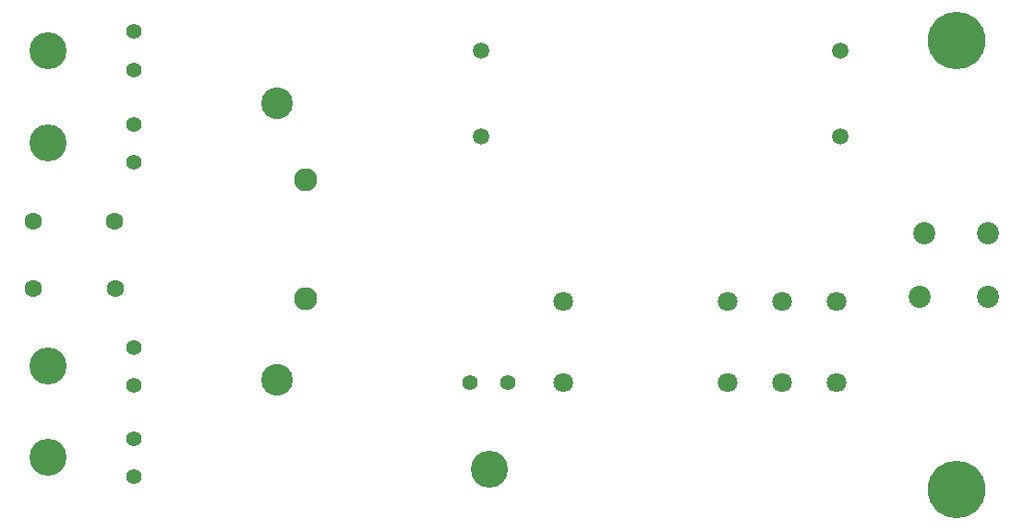
<source format=gbr>
G04 #@! TF.FileFunction,Copper,L2,Bot,Signal*
%FSLAX46Y46*%
G04 Gerber Fmt 4.6, Leading zero omitted, Abs format (unit mm)*
G04 Created by KiCad (PCBNEW 4.0.7-e2-6376~58~ubuntu16.04.1) date Thu Mar  8 23:26:20 2018*
%MOMM*%
%LPD*%
G01*
G04 APERTURE LIST*
%ADD10C,0.100000*%
%ADD11C,2.120000*%
%ADD12C,2.900000*%
%ADD13C,1.500000*%
%ADD14C,2.020000*%
%ADD15C,5.280000*%
%ADD16C,1.800000*%
%ADD17C,1.600000*%
%ADD18C,1.397000*%
%ADD19C,3.400000*%
G04 APERTURE END LIST*
D10*
D11*
X129286000Y-56007000D03*
X129286000Y-45107000D03*
D12*
X126616000Y-63500000D03*
X126616000Y-38100000D03*
D13*
X178308000Y-33274000D03*
X145308000Y-33274000D03*
D14*
X185564000Y-55880000D03*
X186000000Y-50040000D03*
X191850000Y-50040000D03*
X191850000Y-55880000D03*
D15*
X188930000Y-32350000D03*
X188930000Y-73570000D03*
D16*
X172908000Y-56254000D03*
X172908000Y-63754000D03*
X167908000Y-63754000D03*
X152908000Y-63754000D03*
X152908000Y-56254000D03*
X167908000Y-56254000D03*
X177908000Y-63754000D03*
X177908000Y-56254000D03*
D17*
X104267000Y-55118000D03*
X111767000Y-55128000D03*
X111760000Y-48895000D03*
X104260000Y-48885000D03*
D18*
X113500000Y-35000000D03*
X113500000Y-31500000D03*
D19*
X105590000Y-33250000D03*
D18*
X113500000Y-72390000D03*
X113500000Y-68890000D03*
D19*
X105590000Y-70640000D03*
D18*
X147828000Y-63754000D03*
X144328000Y-63754000D03*
D19*
X146078000Y-71664000D03*
D18*
X113500000Y-43500000D03*
X113500000Y-40000000D03*
D19*
X105590000Y-41750000D03*
D18*
X113500000Y-64000000D03*
X113500000Y-60500000D03*
D19*
X105590000Y-62250000D03*
D13*
X178308000Y-41148000D03*
X145308000Y-41148000D03*
M02*

</source>
